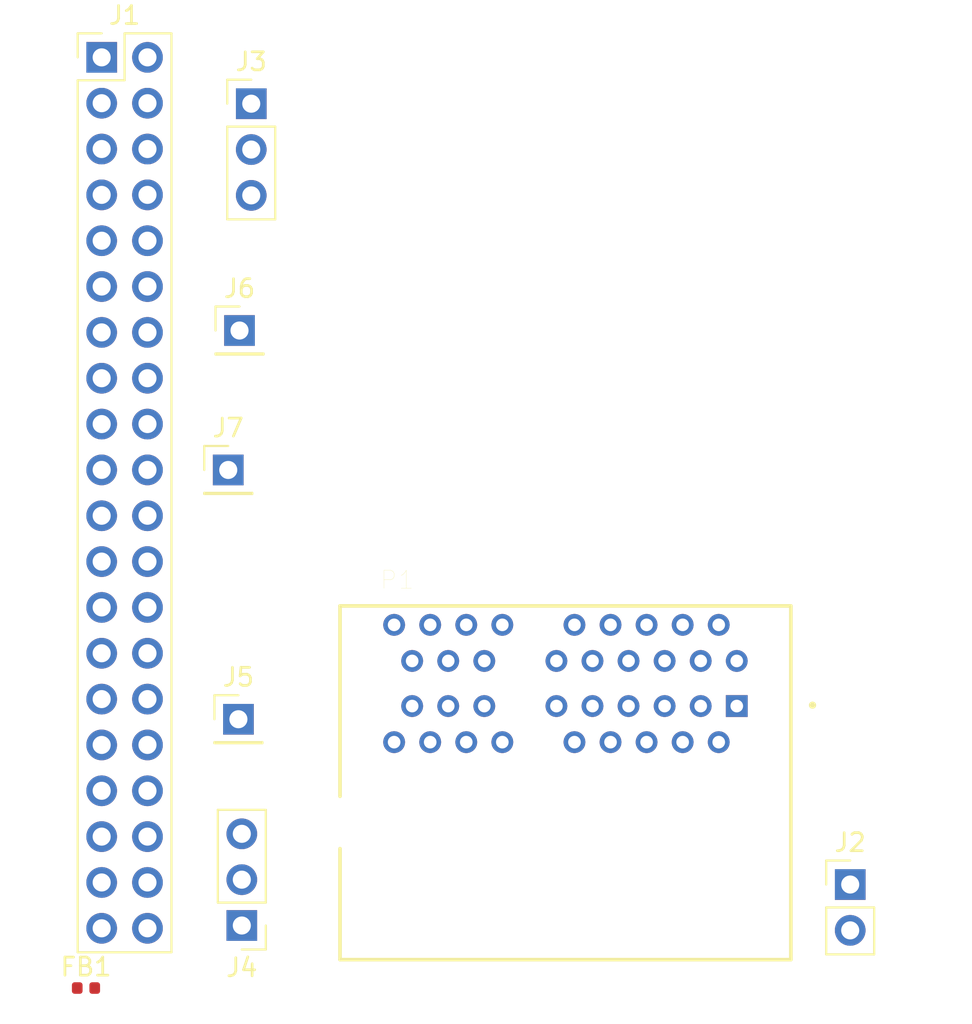
<source format=kicad_pcb>
(kicad_pcb (version 20171130) (host pcbnew 5.1.6)

  (general
    (thickness 1.6)
    (drawings 0)
    (tracks 0)
    (zones 0)
    (modules 9)
    (nets 14)
  )

  (page A4)
  (layers
    (0 F.Cu signal)
    (31 B.Cu signal)
    (32 B.Adhes user)
    (33 F.Adhes user)
    (34 B.Paste user)
    (35 F.Paste user)
    (36 B.SilkS user)
    (37 F.SilkS user)
    (38 B.Mask user)
    (39 F.Mask user)
    (40 Dwgs.User user)
    (41 Cmts.User user)
    (42 Eco1.User user)
    (43 Eco2.User user)
    (44 Edge.Cuts user)
    (45 Margin user)
    (46 B.CrtYd user)
    (47 F.CrtYd user)
    (48 B.Fab user)
    (49 F.Fab user)
  )

  (setup
    (last_trace_width 0.25)
    (trace_clearance 0.2)
    (zone_clearance 0.508)
    (zone_45_only no)
    (trace_min 0.2)
    (via_size 0.8)
    (via_drill 0.4)
    (via_min_size 0.4)
    (via_min_drill 0.3)
    (uvia_size 0.3)
    (uvia_drill 0.1)
    (uvias_allowed no)
    (uvia_min_size 0.2)
    (uvia_min_drill 0.1)
    (edge_width 0.05)
    (segment_width 0.2)
    (pcb_text_width 0.3)
    (pcb_text_size 1.5 1.5)
    (mod_edge_width 0.12)
    (mod_text_size 1 1)
    (mod_text_width 0.15)
    (pad_size 1.524 1.524)
    (pad_drill 0.762)
    (pad_to_mask_clearance 0.05)
    (aux_axis_origin 0 0)
    (visible_elements FFFFFF7F)
    (pcbplotparams
      (layerselection 0x010fc_ffffffff)
      (usegerberextensions false)
      (usegerberattributes true)
      (usegerberadvancedattributes true)
      (creategerberjobfile true)
      (excludeedgelayer true)
      (linewidth 0.100000)
      (plotframeref false)
      (viasonmask false)
      (mode 1)
      (useauxorigin false)
      (hpglpennumber 1)
      (hpglpenspeed 20)
      (hpglpendiameter 15.000000)
      (psnegative false)
      (psa4output false)
      (plotreference true)
      (plotvalue true)
      (plotinvisibletext false)
      (padsonsilk false)
      (subtractmaskfromsilk false)
      (outputformat 1)
      (mirror false)
      (drillshape 1)
      (scaleselection 1)
      (outputdirectory ""))
  )

  (net 0 "")
  (net 1 VCC)
  (net 2 "Net-(FB1-Pad1)")
  (net 3 /ATT_CLOCK)
  (net 4 GND)
  (net 5 /ATT_DATA_IN)
  (net 6 /ATT_~CS~)
  (net 7 /SCL)
  (net 8 /SDA)
  (net 9 /SHDNZ)
  (net 10 /SDOUT)
  (net 11 /BCLK)
  (net 12 /FSYNC)
  (net 13 +24V)

  (net_class Default "This is the default net class."
    (clearance 0.2)
    (trace_width 0.25)
    (via_dia 0.8)
    (via_drill 0.4)
    (uvia_dia 0.3)
    (uvia_drill 0.1)
    (add_net +24V)
    (add_net /ATT_CLOCK)
    (add_net /ATT_DATA_IN)
    (add_net /ATT_~CS~)
    (add_net /BCLK)
    (add_net /FSYNC)
    (add_net /SCL)
    (add_net /SDA)
    (add_net /SDOUT)
    (add_net /SHDNZ)
    (add_net GND)
    (add_net "Net-(FB1-Pad1)")
    (add_net "Net-(J1-Pad1)")
    (add_net "Net-(J1-Pad10)")
    (add_net "Net-(J1-Pad11)")
    (add_net "Net-(J1-Pad12)")
    (add_net "Net-(J1-Pad13)")
    (add_net "Net-(J1-Pad15)")
    (add_net "Net-(J1-Pad16)")
    (add_net "Net-(J1-Pad17)")
    (add_net "Net-(J1-Pad18)")
    (add_net "Net-(J1-Pad19)")
    (add_net "Net-(J1-Pad21)")
    (add_net "Net-(J1-Pad22)")
    (add_net "Net-(J1-Pad23)")
    (add_net "Net-(J1-Pad26)")
    (add_net "Net-(J1-Pad27)")
    (add_net "Net-(J1-Pad28)")
    (add_net "Net-(J1-Pad29)")
    (add_net "Net-(J1-Pad31)")
    (add_net "Net-(J1-Pad32)")
    (add_net "Net-(J1-Pad33)")
    (add_net "Net-(J1-Pad35)")
    (add_net "Net-(J1-Pad36)")
    (add_net "Net-(J1-Pad37)")
    (add_net "Net-(J1-Pad7)")
    (add_net "Net-(J1-Pad8)")
    (add_net "Net-(P1-PadA6)")
    (add_net VCC)
    (add_net VCCQ)
  )

  (module Audio_perso:SAMTEC_PCIE-036-02-X-D-RA (layer F.Cu) (tedit 5F29D657) (tstamp 5F2A3F52)
    (at 148.33944 114.1624)
    (descr "Connector PCI express 1x 36 pos Right Angled")
    (path /5F2ADA1C)
    (fp_text reference P1 (at -9.325 -11.235) (layer F.SilkS)
      (effects (font (size 1 1) (thickness 0.015)))
    )
    (fp_text value CONN_36_P1.00_PCI (at 3.725 11.015) (layer F.Fab)
      (effects (font (size 1 1) (thickness 0.015)))
    )
    (fp_line (start -12.5 -9.8) (end 12.5 -9.8) (layer F.Fab) (width 0.1))
    (fp_line (start 12.5 -9.8) (end 12.5 9.8) (layer F.Fab) (width 0.1))
    (fp_line (start 12.5 9.8) (end -12.5 9.8) (layer F.Fab) (width 0.127))
    (fp_line (start -12.5 9.8) (end -12.5 -9.8) (layer F.Fab) (width 0.1))
    (fp_line (start -15 9.8) (end 15 9.8) (layer F.Fab) (width 0.1))
    (fp_line (start -12.5 -9.8) (end 12.5 -9.8) (layer F.SilkS) (width 0.2))
    (fp_line (start 12.5 -9.8) (end 12.5 9.8) (layer F.SilkS) (width 0.2))
    (fp_line (start 12.5 9.8) (end -12.5 9.8) (layer F.SilkS) (width 0.2))
    (fp_line (start -12.5 9.8) (end -12.5 3.65) (layer F.SilkS) (width 0.2))
    (fp_line (start -12.5 0.75) (end -12.5 -9.8) (layer F.SilkS) (width 0.2))
    (fp_circle (center 13.7 -4.3) (end 13.8 -4.3) (layer F.SilkS) (width 0.2))
    (fp_circle (center 13.7 -4.3) (end 13.8 -4.3) (layer F.Fab) (width 0.2))
    (fp_line (start -12.75 -10.05) (end 12.75 -10.05) (layer F.CrtYd) (width 0.05))
    (fp_line (start 12.75 -10.05) (end 12.75 10.05) (layer F.CrtYd) (width 0.05))
    (fp_line (start 12.75 10.05) (end -12.75 10.05) (layer F.CrtYd) (width 0.05))
    (fp_line (start -12.75 10.05) (end -12.75 -10.05) (layer F.CrtYd) (width 0.05))
    (pad A1 thru_hole rect (at 9.5 -4.25) (size 1.208 1.208) (drill 0.7) (layers *.Cu *.Mask)
      (net 3 /ATT_CLOCK))
    (pad A2 thru_hole circle (at 8.5 -2.25) (size 1.208 1.208) (drill 0.7) (layers *.Cu *.Mask)
      (net 6 /ATT_~CS~))
    (pad B1 thru_hole circle (at 9.5 -6.75) (size 1.208 1.208) (drill 0.7) (layers *.Cu *.Mask)
      (net 4 GND))
    (pad B2 thru_hole circle (at 8.5 -8.75) (size 1.208 1.208) (drill 0.7) (layers *.Cu *.Mask)
      (net 4 GND))
    (pad A3 thru_hole circle (at 7.5 -4.25) (size 1.208 1.208) (drill 0.7) (layers *.Cu *.Mask)
      (net 5 /ATT_DATA_IN))
    (pad A4 thru_hole circle (at 6.5 -2.25) (size 1.208 1.208) (drill 0.7) (layers *.Cu *.Mask)
      (net 4 GND))
    (pad B3 thru_hole circle (at 7.5 -6.75) (size 1.208 1.208) (drill 0.7) (layers *.Cu *.Mask)
      (net 4 GND))
    (pad B4 thru_hole circle (at 6.5 -8.75) (size 1.208 1.208) (drill 0.7) (layers *.Cu *.Mask)
      (net 4 GND))
    (pad A5 thru_hole circle (at 5.5 -4.25) (size 1.208 1.208) (drill 0.7) (layers *.Cu *.Mask)
      (net 4 GND))
    (pad A6 thru_hole circle (at 4.5 -2.25) (size 1.208 1.208) (drill 0.7) (layers *.Cu *.Mask))
    (pad B5 thru_hole circle (at 5.5 -6.75) (size 1.208 1.208) (drill 0.7) (layers *.Cu *.Mask)
      (net 10 /SDOUT))
    (pad B6 thru_hole circle (at 4.5 -8.75) (size 1.208 1.208) (drill 0.7) (layers *.Cu *.Mask)
      (net 4 GND))
    (pad A7 thru_hole circle (at 3.5 -4.25) (size 1.208 1.208) (drill 0.7) (layers *.Cu *.Mask)
      (net 4 GND))
    (pad A8 thru_hole circle (at 2.5 -2.25) (size 1.208 1.208) (drill 0.7) (layers *.Cu *.Mask)
      (net 4 GND))
    (pad B7 thru_hole circle (at 3.5 -6.75) (size 1.208 1.208) (drill 0.7) (layers *.Cu *.Mask)
      (net 4 GND))
    (pad B8 thru_hole circle (at 2.5 -8.75) (size 1.208 1.208) (drill 0.7) (layers *.Cu *.Mask)
      (net 11 /BCLK))
    (pad A9 thru_hole circle (at 1.5 -4.25) (size 1.208 1.208) (drill 0.7) (layers *.Cu *.Mask)
      (net 8 /SDA))
    (pad A10 thru_hole circle (at 0.5 -2.25) (size 1.208 1.208) (drill 0.7) (layers *.Cu *.Mask)
      (net 7 /SCL))
    (pad B9 thru_hole circle (at 1.5 -6.75) (size 1.208 1.208) (drill 0.7) (layers *.Cu *.Mask)
      (net 4 GND))
    (pad B10 thru_hole circle (at 0.5 -8.75) (size 1.208 1.208) (drill 0.7) (layers *.Cu *.Mask)
      (net 4 GND))
    (pad A11 thru_hole circle (at -0.5 -4.25) (size 1.208 1.208) (drill 0.7) (layers *.Cu *.Mask)
      (net 9 /SHDNZ))
    (pad B11 thru_hole circle (at -0.5 -6.75) (size 1.208 1.208) (drill 0.7) (layers *.Cu *.Mask)
      (net 12 /FSYNC))
    (pad A12 thru_hole circle (at -3.5 -2.25) (size 1.208 1.208) (drill 0.7) (layers *.Cu *.Mask)
      (net 4 GND))
    (pad B12 thru_hole circle (at -3.5 -8.75) (size 1.208 1.208) (drill 0.7) (layers *.Cu *.Mask)
      (net 2 "Net-(FB1-Pad1)"))
    (pad A13 thru_hole circle (at -4.5 -4.25) (size 1.208 1.208) (drill 0.7) (layers *.Cu *.Mask)
      (net 4 GND))
    (pad B13 thru_hole circle (at -4.5 -6.75) (size 1.208 1.208) (drill 0.7) (layers *.Cu *.Mask)
      (net 2 "Net-(FB1-Pad1)"))
    (pad A14 thru_hole circle (at -5.5 -2.25) (size 1.208 1.208) (drill 0.7) (layers *.Cu *.Mask)
      (net 4 GND))
    (pad B14 thru_hole circle (at -5.5 -8.75) (size 1.208 1.208) (drill 0.7) (layers *.Cu *.Mask)
      (net 2 "Net-(FB1-Pad1)"))
    (pad A15 thru_hole circle (at -6.5 -4.25) (size 1.208 1.208) (drill 0.7) (layers *.Cu *.Mask)
      (net 4 GND))
    (pad B15 thru_hole circle (at -6.5 -6.75) (size 1.208 1.208) (drill 0.7) (layers *.Cu *.Mask)
      (net 4 GND))
    (pad A16 thru_hole circle (at -7.5 -2.25) (size 1.208 1.208) (drill 0.7) (layers *.Cu *.Mask)
      (net 13 +24V))
    (pad B16 thru_hole circle (at -7.5 -8.75) (size 1.208 1.208) (drill 0.7) (layers *.Cu *.Mask)
      (net 4 GND))
    (pad A17 thru_hole circle (at -8.5 -4.25) (size 1.208 1.208) (drill 0.7) (layers *.Cu *.Mask)
      (net 13 +24V))
    (pad B17 thru_hole circle (at -8.5 -6.75) (size 1.208 1.208) (drill 0.7) (layers *.Cu *.Mask)
      (net 4 GND))
    (pad A18 thru_hole circle (at -9.5 -2.25) (size 1.208 1.208) (drill 0.7) (layers *.Cu *.Mask)
      (net 13 +24V))
    (pad B18 thru_hole circle (at -9.5 -8.75) (size 1.208 1.208) (drill 0.7) (layers *.Cu *.Mask)
      (net 4 GND))
    (pad None np_thru_hole circle (at -2.15 2.25) (size 2.35 2.35) (drill 2.35) (layers *.Cu *.Mask))
    (pad None np_thru_hole circle (at -11.3 2.25) (size 2.35 2.35) (drill 2.35) (layers *.Cu *.Mask))
  )

  (module Connector_PinHeader_2.54mm:PinHeader_1x01_P2.54mm_Vertical (layer F.Cu) (tedit 59FED5CC) (tstamp 5F2A42ED)
    (at 129.6416 96.82988)
    (descr "Through hole straight pin header, 1x01, 2.54mm pitch, single row")
    (tags "Through hole pin header THT 1x01 2.54mm single row")
    (path /5F309E6A)
    (fp_text reference J7 (at 0 -2.33) (layer F.SilkS)
      (effects (font (size 1 1) (thickness 0.15)))
    )
    (fp_text value Conn_01x01_Male (at 0 2.33) (layer F.Fab)
      (effects (font (size 1 1) (thickness 0.15)))
    )
    (fp_text user %R (at -0.05072 -0.02984 90) (layer F.Fab)
      (effects (font (size 1 1) (thickness 0.15)))
    )
    (fp_line (start -0.635 -1.27) (end 1.27 -1.27) (layer F.Fab) (width 0.1))
    (fp_line (start 1.27 -1.27) (end 1.27 1.27) (layer F.Fab) (width 0.1))
    (fp_line (start 1.27 1.27) (end -1.27 1.27) (layer F.Fab) (width 0.1))
    (fp_line (start -1.27 1.27) (end -1.27 -0.635) (layer F.Fab) (width 0.1))
    (fp_line (start -1.27 -0.635) (end -0.635 -1.27) (layer F.Fab) (width 0.1))
    (fp_line (start -1.33 1.33) (end 1.33 1.33) (layer F.SilkS) (width 0.12))
    (fp_line (start -1.33 1.27) (end -1.33 1.33) (layer F.SilkS) (width 0.12))
    (fp_line (start 1.33 1.27) (end 1.33 1.33) (layer F.SilkS) (width 0.12))
    (fp_line (start -1.33 1.27) (end 1.33 1.27) (layer F.SilkS) (width 0.12))
    (fp_line (start -1.33 0) (end -1.33 -1.33) (layer F.SilkS) (width 0.12))
    (fp_line (start -1.33 -1.33) (end 0 -1.33) (layer F.SilkS) (width 0.12))
    (fp_line (start -1.8 -1.8) (end -1.8 1.8) (layer F.CrtYd) (width 0.05))
    (fp_line (start -1.8 1.8) (end 1.8 1.8) (layer F.CrtYd) (width 0.05))
    (fp_line (start 1.8 1.8) (end 1.8 -1.8) (layer F.CrtYd) (width 0.05))
    (fp_line (start 1.8 -1.8) (end -1.8 -1.8) (layer F.CrtYd) (width 0.05))
    (pad 1 thru_hole rect (at 0 0) (size 1.7 1.7) (drill 1) (layers *.Cu *.Mask)
      (net 12 /FSYNC))
    (model ${KISYS3DMOD}/Connector_PinHeader_2.54mm.3dshapes/PinHeader_1x01_P2.54mm_Vertical.wrl
      (at (xyz 0 0 0))
      (scale (xyz 1 1 1))
      (rotate (xyz 0 0 0))
    )
  )

  (module Connector_PinHeader_2.54mm:PinHeader_1x01_P2.54mm_Vertical (layer F.Cu) (tedit 59FED5CC) (tstamp 5F2A3F03)
    (at 130.26644 89.1032)
    (descr "Through hole straight pin header, 1x01, 2.54mm pitch, single row")
    (tags "Through hole pin header THT 1x01 2.54mm single row")
    (path /5F376AA5)
    (fp_text reference J6 (at 0 -2.33) (layer F.SilkS)
      (effects (font (size 1 1) (thickness 0.15)))
    )
    (fp_text value Conn_01x01_Male (at 0 2.33) (layer F.Fab)
      (effects (font (size 1 1) (thickness 0.15)))
    )
    (fp_text user %R (at 0 0 90) (layer F.Fab)
      (effects (font (size 1 1) (thickness 0.15)))
    )
    (fp_line (start -0.635 -1.27) (end 1.27 -1.27) (layer F.Fab) (width 0.1))
    (fp_line (start 1.27 -1.27) (end 1.27 1.27) (layer F.Fab) (width 0.1))
    (fp_line (start 1.27 1.27) (end -1.27 1.27) (layer F.Fab) (width 0.1))
    (fp_line (start -1.27 1.27) (end -1.27 -0.635) (layer F.Fab) (width 0.1))
    (fp_line (start -1.27 -0.635) (end -0.635 -1.27) (layer F.Fab) (width 0.1))
    (fp_line (start -1.33 1.33) (end 1.33 1.33) (layer F.SilkS) (width 0.12))
    (fp_line (start -1.33 1.27) (end -1.33 1.33) (layer F.SilkS) (width 0.12))
    (fp_line (start 1.33 1.27) (end 1.33 1.33) (layer F.SilkS) (width 0.12))
    (fp_line (start -1.33 1.27) (end 1.33 1.27) (layer F.SilkS) (width 0.12))
    (fp_line (start -1.33 0) (end -1.33 -1.33) (layer F.SilkS) (width 0.12))
    (fp_line (start -1.33 -1.33) (end 0 -1.33) (layer F.SilkS) (width 0.12))
    (fp_line (start -1.8 -1.8) (end -1.8 1.8) (layer F.CrtYd) (width 0.05))
    (fp_line (start -1.8 1.8) (end 1.8 1.8) (layer F.CrtYd) (width 0.05))
    (fp_line (start 1.8 1.8) (end 1.8 -1.8) (layer F.CrtYd) (width 0.05))
    (fp_line (start 1.8 -1.8) (end -1.8 -1.8) (layer F.CrtYd) (width 0.05))
    (pad 1 thru_hole rect (at 0 0) (size 1.7 1.7) (drill 1) (layers *.Cu *.Mask)
      (net 11 /BCLK))
    (model ${KISYS3DMOD}/Connector_PinHeader_2.54mm.3dshapes/PinHeader_1x01_P2.54mm_Vertical.wrl
      (at (xyz 0 0 0))
      (scale (xyz 1 1 1))
      (rotate (xyz 0 0 0))
    )
  )

  (module Connector_PinHeader_2.54mm:PinHeader_1x01_P2.54mm_Vertical (layer F.Cu) (tedit 59FED5CC) (tstamp 5F2A4236)
    (at 130.20548 110.6424)
    (descr "Through hole straight pin header, 1x01, 2.54mm pitch, single row")
    (tags "Through hole pin header THT 1x01 2.54mm single row")
    (path /5F376D98)
    (fp_text reference J5 (at 0 -2.33) (layer F.SilkS)
      (effects (font (size 1 1) (thickness 0.15)))
    )
    (fp_text value Conn_01x01_Male (at 0 2.33) (layer F.Fab)
      (effects (font (size 1 1) (thickness 0.15)))
    )
    (fp_text user %R (at -0.1016 -0.1524 90) (layer F.Fab)
      (effects (font (size 1 1) (thickness 0.15)))
    )
    (fp_line (start -0.635 -1.27) (end 1.27 -1.27) (layer F.Fab) (width 0.1))
    (fp_line (start 1.27 -1.27) (end 1.27 1.27) (layer F.Fab) (width 0.1))
    (fp_line (start 1.27 1.27) (end -1.27 1.27) (layer F.Fab) (width 0.1))
    (fp_line (start -1.27 1.27) (end -1.27 -0.635) (layer F.Fab) (width 0.1))
    (fp_line (start -1.27 -0.635) (end -0.635 -1.27) (layer F.Fab) (width 0.1))
    (fp_line (start -1.33 1.33) (end 1.33 1.33) (layer F.SilkS) (width 0.12))
    (fp_line (start -1.33 1.27) (end -1.33 1.33) (layer F.SilkS) (width 0.12))
    (fp_line (start 1.33 1.27) (end 1.33 1.33) (layer F.SilkS) (width 0.12))
    (fp_line (start -1.33 1.27) (end 1.33 1.27) (layer F.SilkS) (width 0.12))
    (fp_line (start -1.33 0) (end -1.33 -1.33) (layer F.SilkS) (width 0.12))
    (fp_line (start -1.33 -1.33) (end 0 -1.33) (layer F.SilkS) (width 0.12))
    (fp_line (start -1.8 -1.8) (end -1.8 1.8) (layer F.CrtYd) (width 0.05))
    (fp_line (start -1.8 1.8) (end 1.8 1.8) (layer F.CrtYd) (width 0.05))
    (fp_line (start 1.8 1.8) (end 1.8 -1.8) (layer F.CrtYd) (width 0.05))
    (fp_line (start 1.8 -1.8) (end -1.8 -1.8) (layer F.CrtYd) (width 0.05))
    (pad 1 thru_hole rect (at 0 0) (size 1.7 1.7) (drill 1) (layers *.Cu *.Mask)
      (net 10 /SDOUT))
    (model ${KISYS3DMOD}/Connector_PinHeader_2.54mm.3dshapes/PinHeader_1x01_P2.54mm_Vertical.wrl
      (at (xyz 0 0 0))
      (scale (xyz 1 1 1))
      (rotate (xyz 0 0 0))
    )
  )

  (module Connector_PinHeader_2.54mm:PinHeader_1x03_P2.54mm_Vertical (layer F.Cu) (tedit 59FED5CC) (tstamp 5F2A3ED9)
    (at 130.39344 122.0724 180)
    (descr "Through hole straight pin header, 1x03, 2.54mm pitch, single row")
    (tags "Through hole pin header THT 1x03 2.54mm single row")
    (path /5F302339)
    (fp_text reference J4 (at 0 -2.33) (layer F.SilkS)
      (effects (font (size 1 1) (thickness 0.15)))
    )
    (fp_text value Conn_01x03_Male (at 0 7.41) (layer F.Fab)
      (effects (font (size 1 1) (thickness 0.15)))
    )
    (fp_text user %R (at 0 2.54 90) (layer F.Fab)
      (effects (font (size 1 1) (thickness 0.15)))
    )
    (fp_line (start -0.635 -1.27) (end 1.27 -1.27) (layer F.Fab) (width 0.1))
    (fp_line (start 1.27 -1.27) (end 1.27 6.35) (layer F.Fab) (width 0.1))
    (fp_line (start 1.27 6.35) (end -1.27 6.35) (layer F.Fab) (width 0.1))
    (fp_line (start -1.27 6.35) (end -1.27 -0.635) (layer F.Fab) (width 0.1))
    (fp_line (start -1.27 -0.635) (end -0.635 -1.27) (layer F.Fab) (width 0.1))
    (fp_line (start -1.33 6.41) (end 1.33 6.41) (layer F.SilkS) (width 0.12))
    (fp_line (start -1.33 1.27) (end -1.33 6.41) (layer F.SilkS) (width 0.12))
    (fp_line (start 1.33 1.27) (end 1.33 6.41) (layer F.SilkS) (width 0.12))
    (fp_line (start -1.33 1.27) (end 1.33 1.27) (layer F.SilkS) (width 0.12))
    (fp_line (start -1.33 0) (end -1.33 -1.33) (layer F.SilkS) (width 0.12))
    (fp_line (start -1.33 -1.33) (end 0 -1.33) (layer F.SilkS) (width 0.12))
    (fp_line (start -1.8 -1.8) (end -1.8 6.85) (layer F.CrtYd) (width 0.05))
    (fp_line (start -1.8 6.85) (end 1.8 6.85) (layer F.CrtYd) (width 0.05))
    (fp_line (start 1.8 6.85) (end 1.8 -1.8) (layer F.CrtYd) (width 0.05))
    (fp_line (start 1.8 -1.8) (end -1.8 -1.8) (layer F.CrtYd) (width 0.05))
    (pad 3 thru_hole oval (at 0 5.08 180) (size 1.7 1.7) (drill 1) (layers *.Cu *.Mask)
      (net 5 /ATT_DATA_IN))
    (pad 2 thru_hole oval (at 0 2.54 180) (size 1.7 1.7) (drill 1) (layers *.Cu *.Mask)
      (net 6 /ATT_~CS~))
    (pad 1 thru_hole rect (at 0 0 180) (size 1.7 1.7) (drill 1) (layers *.Cu *.Mask)
      (net 3 /ATT_CLOCK))
    (model ${KISYS3DMOD}/Connector_PinHeader_2.54mm.3dshapes/PinHeader_1x03_P2.54mm_Vertical.wrl
      (at (xyz 0 0 0))
      (scale (xyz 1 1 1))
      (rotate (xyz 0 0 0))
    )
  )

  (module Connector_PinHeader_2.54mm:PinHeader_1x03_P2.54mm_Vertical (layer F.Cu) (tedit 59FED5CC) (tstamp 5F2A3EC2)
    (at 130.91668 76.53528)
    (descr "Through hole straight pin header, 1x03, 2.54mm pitch, single row")
    (tags "Through hole pin header THT 1x03 2.54mm single row")
    (path /5F376141)
    (fp_text reference J3 (at 0 -2.33) (layer F.SilkS)
      (effects (font (size 1 1) (thickness 0.15)))
    )
    (fp_text value Conn_01x03_Male (at 0 7.41) (layer F.Fab)
      (effects (font (size 1 1) (thickness 0.15)))
    )
    (fp_text user %R (at 0 2.54 90) (layer F.Fab)
      (effects (font (size 1 1) (thickness 0.15)))
    )
    (fp_line (start -0.635 -1.27) (end 1.27 -1.27) (layer F.Fab) (width 0.1))
    (fp_line (start 1.27 -1.27) (end 1.27 6.35) (layer F.Fab) (width 0.1))
    (fp_line (start 1.27 6.35) (end -1.27 6.35) (layer F.Fab) (width 0.1))
    (fp_line (start -1.27 6.35) (end -1.27 -0.635) (layer F.Fab) (width 0.1))
    (fp_line (start -1.27 -0.635) (end -0.635 -1.27) (layer F.Fab) (width 0.1))
    (fp_line (start -1.33 6.41) (end 1.33 6.41) (layer F.SilkS) (width 0.12))
    (fp_line (start -1.33 1.27) (end -1.33 6.41) (layer F.SilkS) (width 0.12))
    (fp_line (start 1.33 1.27) (end 1.33 6.41) (layer F.SilkS) (width 0.12))
    (fp_line (start -1.33 1.27) (end 1.33 1.27) (layer F.SilkS) (width 0.12))
    (fp_line (start -1.33 0) (end -1.33 -1.33) (layer F.SilkS) (width 0.12))
    (fp_line (start -1.33 -1.33) (end 0 -1.33) (layer F.SilkS) (width 0.12))
    (fp_line (start -1.8 -1.8) (end -1.8 6.85) (layer F.CrtYd) (width 0.05))
    (fp_line (start -1.8 6.85) (end 1.8 6.85) (layer F.CrtYd) (width 0.05))
    (fp_line (start 1.8 6.85) (end 1.8 -1.8) (layer F.CrtYd) (width 0.05))
    (fp_line (start 1.8 -1.8) (end -1.8 -1.8) (layer F.CrtYd) (width 0.05))
    (pad 3 thru_hole oval (at 0 5.08) (size 1.7 1.7) (drill 1) (layers *.Cu *.Mask)
      (net 9 /SHDNZ))
    (pad 2 thru_hole oval (at 0 2.54) (size 1.7 1.7) (drill 1) (layers *.Cu *.Mask)
      (net 7 /SCL))
    (pad 1 thru_hole rect (at 0 0) (size 1.7 1.7) (drill 1) (layers *.Cu *.Mask)
      (net 8 /SDA))
    (model ${KISYS3DMOD}/Connector_PinHeader_2.54mm.3dshapes/PinHeader_1x03_P2.54mm_Vertical.wrl
      (at (xyz 0 0 0))
      (scale (xyz 1 1 1))
      (rotate (xyz 0 0 0))
    )
  )

  (module Connector_PinHeader_2.54mm:PinHeader_1x02_P2.54mm_Vertical (layer F.Cu) (tedit 59FED5CC) (tstamp 5F2A41A4)
    (at 164.12972 119.80164)
    (descr "Through hole straight pin header, 1x02, 2.54mm pitch, single row")
    (tags "Through hole pin header THT 1x02 2.54mm single row")
    (path /5F2F023E)
    (fp_text reference J2 (at 0 -2.33) (layer F.SilkS)
      (effects (font (size 1 1) (thickness 0.15)))
    )
    (fp_text value Conn_01x02_Male (at 0 4.87) (layer F.Fab)
      (effects (font (size 1 1) (thickness 0.15)))
    )
    (fp_text user %R (at 0 1.27 90) (layer F.Fab)
      (effects (font (size 1 1) (thickness 0.15)))
    )
    (fp_line (start -0.635 -1.27) (end 1.27 -1.27) (layer F.Fab) (width 0.1))
    (fp_line (start 1.27 -1.27) (end 1.27 3.81) (layer F.Fab) (width 0.1))
    (fp_line (start 1.27 3.81) (end -1.27 3.81) (layer F.Fab) (width 0.1))
    (fp_line (start -1.27 3.81) (end -1.27 -0.635) (layer F.Fab) (width 0.1))
    (fp_line (start -1.27 -0.635) (end -0.635 -1.27) (layer F.Fab) (width 0.1))
    (fp_line (start -1.33 3.87) (end 1.33 3.87) (layer F.SilkS) (width 0.12))
    (fp_line (start -1.33 1.27) (end -1.33 3.87) (layer F.SilkS) (width 0.12))
    (fp_line (start 1.33 1.27) (end 1.33 3.87) (layer F.SilkS) (width 0.12))
    (fp_line (start -1.33 1.27) (end 1.33 1.27) (layer F.SilkS) (width 0.12))
    (fp_line (start -1.33 0) (end -1.33 -1.33) (layer F.SilkS) (width 0.12))
    (fp_line (start -1.33 -1.33) (end 0 -1.33) (layer F.SilkS) (width 0.12))
    (fp_line (start -1.8 -1.8) (end -1.8 4.35) (layer F.CrtYd) (width 0.05))
    (fp_line (start -1.8 4.35) (end 1.8 4.35) (layer F.CrtYd) (width 0.05))
    (fp_line (start 1.8 4.35) (end 1.8 -1.8) (layer F.CrtYd) (width 0.05))
    (fp_line (start 1.8 -1.8) (end -1.8 -1.8) (layer F.CrtYd) (width 0.05))
    (pad 2 thru_hole oval (at 0 2.54) (size 1.7 1.7) (drill 1) (layers *.Cu *.Mask)
      (net 1 VCC))
    (pad 1 thru_hole rect (at 0 0) (size 1.7 1.7) (drill 1) (layers *.Cu *.Mask))
    (model ${KISYS3DMOD}/Connector_PinHeader_2.54mm.3dshapes/PinHeader_1x02_P2.54mm_Vertical.wrl
      (at (xyz 0 0 0))
      (scale (xyz 1 1 1))
      (rotate (xyz 0 0 0))
    )
  )

  (module Connector_PinHeader_2.54mm:PinHeader_2x20_P2.54mm_Vertical (layer F.Cu) (tedit 59FED5CC) (tstamp 5F2A3E95)
    (at 122.62236 73.96696)
    (descr "Through hole straight pin header, 2x20, 2.54mm pitch, double rows")
    (tags "Through hole pin header THT 2x20 2.54mm double row")
    (path /5F2C5918)
    (fp_text reference J1 (at 1.27 -2.33) (layer F.SilkS)
      (effects (font (size 1 1) (thickness 0.15)))
    )
    (fp_text value Raspberry_Pi_2_3 (at 1.27 50.59) (layer F.Fab)
      (effects (font (size 1 1) (thickness 0.15)))
    )
    (fp_text user %R (at 1.27 24.13 90) (layer F.Fab)
      (effects (font (size 1 1) (thickness 0.15)))
    )
    (fp_line (start 0 -1.27) (end 3.81 -1.27) (layer F.Fab) (width 0.1))
    (fp_line (start 3.81 -1.27) (end 3.81 49.53) (layer F.Fab) (width 0.1))
    (fp_line (start 3.81 49.53) (end -1.27 49.53) (layer F.Fab) (width 0.1))
    (fp_line (start -1.27 49.53) (end -1.27 0) (layer F.Fab) (width 0.1))
    (fp_line (start -1.27 0) (end 0 -1.27) (layer F.Fab) (width 0.1))
    (fp_line (start -1.33 49.59) (end 3.87 49.59) (layer F.SilkS) (width 0.12))
    (fp_line (start -1.33 1.27) (end -1.33 49.59) (layer F.SilkS) (width 0.12))
    (fp_line (start 3.87 -1.33) (end 3.87 49.59) (layer F.SilkS) (width 0.12))
    (fp_line (start -1.33 1.27) (end 1.27 1.27) (layer F.SilkS) (width 0.12))
    (fp_line (start 1.27 1.27) (end 1.27 -1.33) (layer F.SilkS) (width 0.12))
    (fp_line (start 1.27 -1.33) (end 3.87 -1.33) (layer F.SilkS) (width 0.12))
    (fp_line (start -1.33 0) (end -1.33 -1.33) (layer F.SilkS) (width 0.12))
    (fp_line (start -1.33 -1.33) (end 0 -1.33) (layer F.SilkS) (width 0.12))
    (fp_line (start -1.8 -1.8) (end -1.8 50.05) (layer F.CrtYd) (width 0.05))
    (fp_line (start -1.8 50.05) (end 4.35 50.05) (layer F.CrtYd) (width 0.05))
    (fp_line (start 4.35 50.05) (end 4.35 -1.8) (layer F.CrtYd) (width 0.05))
    (fp_line (start 4.35 -1.8) (end -1.8 -1.8) (layer F.CrtYd) (width 0.05))
    (pad 40 thru_hole oval (at 2.54 48.26) (size 1.7 1.7) (drill 1) (layers *.Cu *.Mask)
      (net 3 /ATT_CLOCK))
    (pad 39 thru_hole oval (at 0 48.26) (size 1.7 1.7) (drill 1) (layers *.Cu *.Mask)
      (net 4 GND))
    (pad 38 thru_hole oval (at 2.54 45.72) (size 1.7 1.7) (drill 1) (layers *.Cu *.Mask)
      (net 5 /ATT_DATA_IN))
    (pad 37 thru_hole oval (at 0 45.72) (size 1.7 1.7) (drill 1) (layers *.Cu *.Mask))
    (pad 36 thru_hole oval (at 2.54 43.18) (size 1.7 1.7) (drill 1) (layers *.Cu *.Mask))
    (pad 35 thru_hole oval (at 0 43.18) (size 1.7 1.7) (drill 1) (layers *.Cu *.Mask))
    (pad 34 thru_hole oval (at 2.54 40.64) (size 1.7 1.7) (drill 1) (layers *.Cu *.Mask)
      (net 4 GND))
    (pad 33 thru_hole oval (at 0 40.64) (size 1.7 1.7) (drill 1) (layers *.Cu *.Mask))
    (pad 32 thru_hole oval (at 2.54 38.1) (size 1.7 1.7) (drill 1) (layers *.Cu *.Mask))
    (pad 31 thru_hole oval (at 0 38.1) (size 1.7 1.7) (drill 1) (layers *.Cu *.Mask))
    (pad 30 thru_hole oval (at 2.54 35.56) (size 1.7 1.7) (drill 1) (layers *.Cu *.Mask)
      (net 4 GND))
    (pad 29 thru_hole oval (at 0 35.56) (size 1.7 1.7) (drill 1) (layers *.Cu *.Mask))
    (pad 28 thru_hole oval (at 2.54 33.02) (size 1.7 1.7) (drill 1) (layers *.Cu *.Mask))
    (pad 27 thru_hole oval (at 0 33.02) (size 1.7 1.7) (drill 1) (layers *.Cu *.Mask))
    (pad 26 thru_hole oval (at 2.54 30.48) (size 1.7 1.7) (drill 1) (layers *.Cu *.Mask))
    (pad 25 thru_hole oval (at 0 30.48) (size 1.7 1.7) (drill 1) (layers *.Cu *.Mask)
      (net 4 GND))
    (pad 24 thru_hole oval (at 2.54 27.94) (size 1.7 1.7) (drill 1) (layers *.Cu *.Mask)
      (net 6 /ATT_~CS~))
    (pad 23 thru_hole oval (at 0 27.94) (size 1.7 1.7) (drill 1) (layers *.Cu *.Mask))
    (pad 22 thru_hole oval (at 2.54 25.4) (size 1.7 1.7) (drill 1) (layers *.Cu *.Mask))
    (pad 21 thru_hole oval (at 0 25.4) (size 1.7 1.7) (drill 1) (layers *.Cu *.Mask))
    (pad 20 thru_hole oval (at 2.54 22.86) (size 1.7 1.7) (drill 1) (layers *.Cu *.Mask)
      (net 4 GND))
    (pad 19 thru_hole oval (at 0 22.86) (size 1.7 1.7) (drill 1) (layers *.Cu *.Mask))
    (pad 18 thru_hole oval (at 2.54 20.32) (size 1.7 1.7) (drill 1) (layers *.Cu *.Mask))
    (pad 17 thru_hole oval (at 0 20.32) (size 1.7 1.7) (drill 1) (layers *.Cu *.Mask))
    (pad 16 thru_hole oval (at 2.54 17.78) (size 1.7 1.7) (drill 1) (layers *.Cu *.Mask))
    (pad 15 thru_hole oval (at 0 17.78) (size 1.7 1.7) (drill 1) (layers *.Cu *.Mask))
    (pad 14 thru_hole oval (at 2.54 15.24) (size 1.7 1.7) (drill 1) (layers *.Cu *.Mask)
      (net 4 GND))
    (pad 13 thru_hole oval (at 0 15.24) (size 1.7 1.7) (drill 1) (layers *.Cu *.Mask))
    (pad 12 thru_hole oval (at 2.54 12.7) (size 1.7 1.7) (drill 1) (layers *.Cu *.Mask))
    (pad 11 thru_hole oval (at 0 12.7) (size 1.7 1.7) (drill 1) (layers *.Cu *.Mask))
    (pad 10 thru_hole oval (at 2.54 10.16) (size 1.7 1.7) (drill 1) (layers *.Cu *.Mask))
    (pad 9 thru_hole oval (at 0 10.16) (size 1.7 1.7) (drill 1) (layers *.Cu *.Mask)
      (net 4 GND))
    (pad 8 thru_hole oval (at 2.54 7.62) (size 1.7 1.7) (drill 1) (layers *.Cu *.Mask))
    (pad 7 thru_hole oval (at 0 7.62) (size 1.7 1.7) (drill 1) (layers *.Cu *.Mask))
    (pad 6 thru_hole oval (at 2.54 5.08) (size 1.7 1.7) (drill 1) (layers *.Cu *.Mask)
      (net 4 GND))
    (pad 5 thru_hole oval (at 0 5.08) (size 1.7 1.7) (drill 1) (layers *.Cu *.Mask)
      (net 7 /SCL))
    (pad 4 thru_hole oval (at 2.54 2.54) (size 1.7 1.7) (drill 1) (layers *.Cu *.Mask)
      (net 1 VCC))
    (pad 3 thru_hole oval (at 0 2.54) (size 1.7 1.7) (drill 1) (layers *.Cu *.Mask)
      (net 8 /SDA))
    (pad 2 thru_hole oval (at 2.54 0) (size 1.7 1.7) (drill 1) (layers *.Cu *.Mask)
      (net 1 VCC))
    (pad 1 thru_hole rect (at 0 0) (size 1.7 1.7) (drill 1) (layers *.Cu *.Mask))
    (model ${KISYS3DMOD}/Connector_PinHeader_2.54mm.3dshapes/PinHeader_2x20_P2.54mm_Vertical.wrl
      (at (xyz 0 0 0))
      (scale (xyz 1 1 1))
      (rotate (xyz 0 0 0))
    )
  )

  (module Capacitor_SMD:C_0402_1005Metric (layer F.Cu) (tedit 5B301BBE) (tstamp 5F2A3E57)
    (at 121.75236 125.53696)
    (descr "Capacitor SMD 0402 (1005 Metric), square (rectangular) end terminal, IPC_7351 nominal, (Body size source: http://www.tortai-tech.com/upload/download/2011102023233369053.pdf), generated with kicad-footprint-generator")
    (tags capacitor)
    (path /5F2D8564)
    (attr smd)
    (fp_text reference FB1 (at 0 -1.17) (layer F.SilkS)
      (effects (font (size 1 1) (thickness 0.15)))
    )
    (fp_text value Ferrite_Bead (at 0 1.17) (layer F.Fab)
      (effects (font (size 1 1) (thickness 0.15)))
    )
    (fp_text user %R (at 0 0) (layer F.Fab)
      (effects (font (size 0.25 0.25) (thickness 0.04)))
    )
    (fp_line (start -0.5 0.25) (end -0.5 -0.25) (layer F.Fab) (width 0.1))
    (fp_line (start -0.5 -0.25) (end 0.5 -0.25) (layer F.Fab) (width 0.1))
    (fp_line (start 0.5 -0.25) (end 0.5 0.25) (layer F.Fab) (width 0.1))
    (fp_line (start 0.5 0.25) (end -0.5 0.25) (layer F.Fab) (width 0.1))
    (fp_line (start -0.93 0.47) (end -0.93 -0.47) (layer F.CrtYd) (width 0.05))
    (fp_line (start -0.93 -0.47) (end 0.93 -0.47) (layer F.CrtYd) (width 0.05))
    (fp_line (start 0.93 -0.47) (end 0.93 0.47) (layer F.CrtYd) (width 0.05))
    (fp_line (start 0.93 0.47) (end -0.93 0.47) (layer F.CrtYd) (width 0.05))
    (pad 2 smd roundrect (at 0.485 0) (size 0.59 0.64) (layers F.Cu F.Paste F.Mask) (roundrect_rratio 0.25)
      (net 1 VCC))
    (pad 1 smd roundrect (at -0.485 0) (size 0.59 0.64) (layers F.Cu F.Paste F.Mask) (roundrect_rratio 0.25)
      (net 2 "Net-(FB1-Pad1)"))
    (model ${KISYS3DMOD}/Capacitor_SMD.3dshapes/C_0402_1005Metric.wrl
      (at (xyz 0 0 0))
      (scale (xyz 1 1 1))
      (rotate (xyz 0 0 0))
    )
  )

)

</source>
